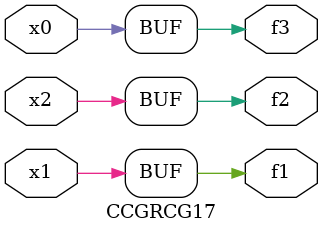
<source format=v>
module CCGRCG17(
	input x0, x1, x2,
	output f1, f2, f3
);
	assign f1 = x1;
	assign f2 = x2;
	assign f3 = x0;
endmodule

</source>
